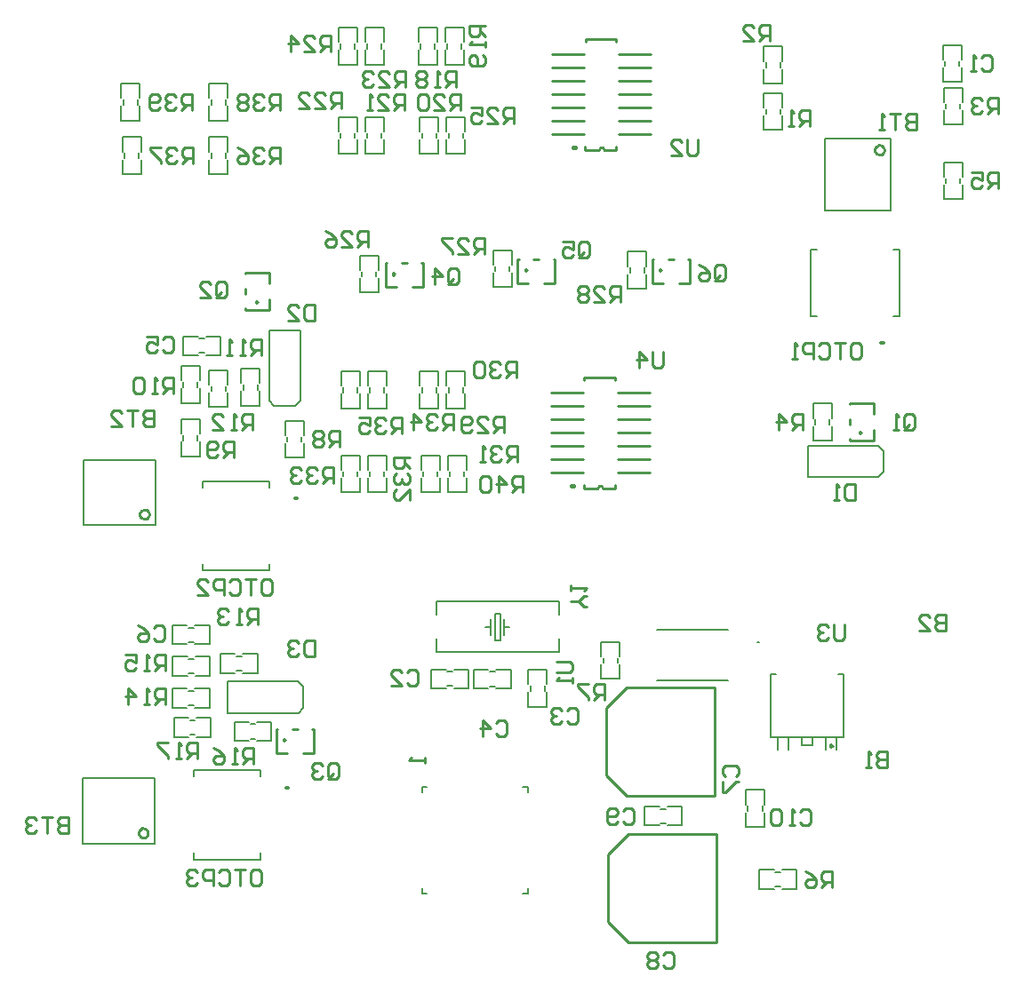
<source format=gbo>
G04*
G04 #@! TF.GenerationSoftware,Altium Limited,Altium Designer,18.0.7 (293)*
G04*
G04 Layer_Color=32896*
%FSLAX44Y44*%
%MOMM*%
G71*
G01*
G75*
%ADD10C,0.2540*%
%ADD12C,0.1524*%
%ADD13C,0.2000*%
%ADD85C,0.2500*%
%ADD86C,0.3000*%
%ADD87C,0.4000*%
%ADD88C,0.1778*%
%ADD89C,0.1270*%
D10*
X645160Y1013460D02*
X643890Y1015660D01*
X641350D01*
X640080Y1013460D01*
X210453Y362585D02*
X209726Y365061D01*
X207776Y366750D01*
X205222Y367118D01*
X202875Y366046D01*
X201481Y363875D01*
Y361295D01*
X202875Y359124D01*
X205222Y358052D01*
X207776Y358420D01*
X209726Y360109D01*
X210453Y362585D01*
X643890Y690880D02*
X642620Y693080D01*
X640080D01*
X638810Y690880D01*
X211723Y666115D02*
X210996Y668591D01*
X209046Y670280D01*
X206492Y670648D01*
X204145Y669576D01*
X202750Y667405D01*
Y664825D01*
X204145Y662654D01*
X206492Y661582D01*
X209046Y661950D01*
X210996Y663639D01*
X211723Y666115D01*
X911994Y1013594D02*
X911267Y1016070D01*
X909317Y1017759D01*
X906763Y1018127D01*
X904416Y1017055D01*
X903021Y1014884D01*
Y1012304D01*
X904416Y1010133D01*
X906763Y1009062D01*
X909317Y1009429D01*
X911267Y1011118D01*
X911994Y1013594D01*
X666180Y501080D02*
X750000D01*
X647000Y481900D02*
X666180Y501080D01*
X647000Y417260D02*
Y481900D01*
X666180Y398080D02*
X750000D01*
X647000Y417260D02*
X666180Y398080D01*
X750000D02*
Y501080D01*
X668035Y361247D02*
X751855D01*
X648855Y342067D02*
X668035Y361247D01*
X648855Y277428D02*
Y342067D01*
X668035Y258248D02*
X751855D01*
X648855Y277428D02*
X668035Y258248D01*
X751855D02*
Y361247D01*
X577850Y909320D02*
X582930D01*
X596900D02*
X598170D01*
Y886460D02*
Y909320D01*
X588010Y886460D02*
X598170D01*
X562610Y909320D02*
X563880D01*
X562610Y886460D02*
Y909320D01*
Y886460D02*
X572770D01*
X656336Y1013460D02*
Y1014349D01*
Y1016127D02*
Y1017016D01*
X626872Y1013460D02*
X640080D01*
X645160D02*
X656336D01*
X627380Y1116330D02*
Y1118870D01*
X656590D01*
Y1116330D02*
Y1118870D01*
X656336Y1014349D02*
Y1016127D01*
X626872Y1013460D02*
Y1016508D01*
X595630Y1028700D02*
X626110D01*
X595630Y1041400D02*
X626110D01*
X595630Y1054100D02*
X626110D01*
X595630Y1092200D02*
X626110D01*
X595630Y1079500D02*
X626110D01*
X595630Y1066800D02*
X626110D01*
X595630Y1104900D02*
X626110D01*
X659130D02*
X689610D01*
X659130Y1066800D02*
X689610D01*
X659130Y1079500D02*
X689610D01*
X659130Y1092200D02*
X689610D01*
X659130Y1054100D02*
X689610D01*
X659130Y1041400D02*
X689610D01*
X659130Y1028700D02*
X689610D01*
X303530Y876300D02*
Y881380D01*
Y895350D02*
Y896620D01*
X326390D01*
Y886460D02*
Y896620D01*
X303530Y861060D02*
Y862330D01*
Y861060D02*
X326390D01*
Y871220D01*
X347980Y461313D02*
X353060D01*
X367030D02*
X368300D01*
Y438453D02*
Y461313D01*
X358140Y438453D02*
X368300D01*
X332740Y461313D02*
X334010D01*
X332740Y438453D02*
Y461313D01*
Y438453D02*
X342900D01*
X878840Y751840D02*
Y756920D01*
Y770890D02*
Y772160D01*
X901700D01*
Y762000D02*
Y772160D01*
X878840Y736600D02*
Y737870D01*
Y736600D02*
X901700D01*
Y746760D01*
X452120Y905510D02*
X457200D01*
X471170D02*
X472440D01*
Y882650D02*
Y905510D01*
X462280Y882650D02*
X472440D01*
X436880Y905510D02*
X438150D01*
X436880Y882650D02*
Y905510D01*
Y882650D02*
X447040D01*
X706120Y909320D02*
X711200D01*
X725170D02*
X726440D01*
Y886460D02*
Y909320D01*
X716280Y886460D02*
X726440D01*
X690880Y909320D02*
X692150D01*
X690880Y886460D02*
Y909320D01*
Y886460D02*
X701040D01*
X657860Y706120D02*
X688340D01*
X657860Y718820D02*
X688340D01*
X657860Y731520D02*
X688340D01*
X657860Y769620D02*
X688340D01*
X657860Y756920D02*
X688340D01*
X657860Y744220D02*
X688340D01*
X657860Y782320D02*
X688340D01*
X594360D02*
X624840D01*
X594360Y744220D02*
X624840D01*
X594360Y756920D02*
X624840D01*
X594360Y769620D02*
X624840D01*
X594360Y731520D02*
X624840D01*
X594360Y718820D02*
X624840D01*
X594360Y706120D02*
X624840D01*
X625602Y690880D02*
Y693928D01*
X655066Y691769D02*
Y693547D01*
X655320Y793750D02*
Y796290D01*
X626110D02*
X655320D01*
X626110Y793750D02*
Y796290D01*
X643890Y690880D02*
X655066D01*
X625602D02*
X638810D01*
X655066Y693547D02*
Y694436D01*
Y690880D02*
Y691769D01*
X321312Y604515D02*
X326391D01*
X328930Y601976D01*
Y591819D01*
X326391Y589280D01*
X321312D01*
X318773Y591819D01*
Y601976D01*
X321312Y604515D01*
X313695D02*
X303538D01*
X308617D01*
Y589280D01*
X288303Y601976D02*
X290842Y604515D01*
X295921D01*
X298460Y601976D01*
Y591819D01*
X295921Y589280D01*
X290842D01*
X288303Y591819D01*
X283225Y589280D02*
Y604515D01*
X275607D01*
X273068Y601976D01*
Y596898D01*
X275607Y594358D01*
X283225D01*
X257833Y589280D02*
X267990D01*
X257833Y599437D01*
Y601976D01*
X260372Y604515D01*
X265450D01*
X267990Y601976D01*
X628645Y577850D02*
X626106D01*
X621027Y582928D01*
X626106Y588007D01*
X628645D01*
X621027Y582928D02*
X613410D01*
Y593085D02*
Y598163D01*
Y595624D01*
X628645D01*
X626106Y593085D01*
X701040Y820923D02*
Y808227D01*
X698501Y805688D01*
X693422D01*
X690883Y808227D01*
Y820923D01*
X678187Y805688D02*
Y820923D01*
X685805Y813306D01*
X675648D01*
X874128Y560990D02*
Y548294D01*
X871588Y545755D01*
X866510D01*
X863971Y548294D01*
Y560990D01*
X858893Y558451D02*
X856353Y560990D01*
X851275D01*
X848736Y558451D01*
Y555912D01*
X851275Y553373D01*
X853814D01*
X851275D01*
X848736Y550833D01*
Y548294D01*
X851275Y545755D01*
X856353D01*
X858893Y548294D01*
X734060Y1023615D02*
Y1010919D01*
X731521Y1008380D01*
X726442D01*
X723903Y1010919D01*
Y1023615D01*
X708668Y1008380D02*
X718825D01*
X708668Y1018537D01*
Y1021076D01*
X711207Y1023615D01*
X716286D01*
X718825Y1021076D01*
X599445Y525780D02*
X612141D01*
X614680Y523241D01*
Y518162D01*
X612141Y515623D01*
X599445D01*
X614680Y510545D02*
Y505467D01*
Y508006D01*
X599445D01*
X601984Y510545D01*
X567690Y687070D02*
Y702305D01*
X560073D01*
X557533Y699766D01*
Y694688D01*
X560073Y692148D01*
X567690D01*
X562612D02*
X557533Y687070D01*
X544837D02*
Y702305D01*
X552455Y694688D01*
X542298D01*
X537220Y699766D02*
X534681Y702305D01*
X529602D01*
X527063Y699766D01*
Y689609D01*
X529602Y687070D01*
X534681D01*
X537220Y689609D01*
Y699766D01*
X251968Y1051560D02*
Y1066795D01*
X244350D01*
X241811Y1064256D01*
Y1059177D01*
X244350Y1056638D01*
X251968D01*
X246890D02*
X241811Y1051560D01*
X236733Y1064256D02*
X234194Y1066795D01*
X229115D01*
X226576Y1064256D01*
Y1061717D01*
X229115Y1059177D01*
X231655D01*
X229115D01*
X226576Y1056638D01*
Y1054099D01*
X229115Y1051560D01*
X234194D01*
X236733Y1054099D01*
X221498D02*
X218959Y1051560D01*
X213880D01*
X211341Y1054099D01*
Y1064256D01*
X213880Y1066795D01*
X218959D01*
X221498Y1064256D01*
Y1061717D01*
X218959Y1059177D01*
X211341D01*
X335788Y1051560D02*
Y1066795D01*
X328171D01*
X325631Y1064256D01*
Y1059177D01*
X328171Y1056638D01*
X335788D01*
X330710D02*
X325631Y1051560D01*
X320553Y1064256D02*
X318014Y1066795D01*
X312935D01*
X310396Y1064256D01*
Y1061717D01*
X312935Y1059177D01*
X315475D01*
X312935D01*
X310396Y1056638D01*
Y1054099D01*
X312935Y1051560D01*
X318014D01*
X320553Y1054099D01*
X305318Y1064256D02*
X302779Y1066795D01*
X297700D01*
X295161Y1064256D01*
Y1061717D01*
X297700Y1059177D01*
X295161Y1056638D01*
Y1054099D01*
X297700Y1051560D01*
X302779D01*
X305318Y1054099D01*
Y1056638D01*
X302779Y1059177D01*
X305318Y1061717D01*
Y1064256D01*
X302779Y1059177D02*
X297700D01*
X253238Y1000760D02*
Y1015995D01*
X245620D01*
X243081Y1013456D01*
Y1008378D01*
X245620Y1005838D01*
X253238D01*
X248160D02*
X243081Y1000760D01*
X238003Y1013456D02*
X235464Y1015995D01*
X230385D01*
X227846Y1013456D01*
Y1010917D01*
X230385Y1008378D01*
X232925D01*
X230385D01*
X227846Y1005838D01*
Y1003299D01*
X230385Y1000760D01*
X235464D01*
X238003Y1003299D01*
X222768Y1015995D02*
X212611D01*
Y1013456D01*
X222768Y1003299D01*
Y1000760D01*
X335788D02*
Y1015995D01*
X328171D01*
X325631Y1013456D01*
Y1008378D01*
X328171Y1005838D01*
X335788D01*
X330710D02*
X325631Y1000760D01*
X320553Y1013456D02*
X318014Y1015995D01*
X312935D01*
X310396Y1013456D01*
Y1010917D01*
X312935Y1008378D01*
X315475D01*
X312935D01*
X310396Y1005838D01*
Y1003299D01*
X312935Y1000760D01*
X318014D01*
X320553Y1003299D01*
X295161Y1015995D02*
X300240Y1013456D01*
X305318Y1008378D01*
Y1003299D01*
X302779Y1000760D01*
X297700D01*
X295161Y1003299D01*
Y1005838D01*
X297700Y1008378D01*
X305318D01*
X452120Y742950D02*
Y758185D01*
X444502D01*
X441963Y755646D01*
Y750567D01*
X444502Y748028D01*
X452120D01*
X447042D02*
X441963Y742950D01*
X436885Y755646D02*
X434346Y758185D01*
X429267D01*
X426728Y755646D01*
Y753107D01*
X429267Y750567D01*
X431807D01*
X429267D01*
X426728Y748028D01*
Y745489D01*
X429267Y742950D01*
X434346D01*
X436885Y745489D01*
X411493Y758185D02*
X421650D01*
Y750567D01*
X416572Y753107D01*
X414032D01*
X411493Y750567D01*
Y745489D01*
X414032Y742950D01*
X419111D01*
X421650Y745489D01*
X501650Y746760D02*
Y761995D01*
X494033D01*
X491493Y759456D01*
Y754378D01*
X494033Y751838D01*
X501650D01*
X496572D02*
X491493Y746760D01*
X486415Y759456D02*
X483876Y761995D01*
X478797D01*
X476258Y759456D01*
Y756917D01*
X478797Y754378D01*
X481337D01*
X478797D01*
X476258Y751838D01*
Y749299D01*
X478797Y746760D01*
X483876D01*
X486415Y749299D01*
X463562Y746760D02*
Y761995D01*
X471180Y754378D01*
X461023D01*
X387350Y695960D02*
Y711195D01*
X379733D01*
X377193Y708656D01*
Y703577D01*
X379733Y701038D01*
X387350D01*
X382272D02*
X377193Y695960D01*
X372115Y708656D02*
X369576Y711195D01*
X364497D01*
X361958Y708656D01*
Y706117D01*
X364497Y703577D01*
X367037D01*
X364497D01*
X361958Y701038D01*
Y698499D01*
X364497Y695960D01*
X369576D01*
X372115Y698499D01*
X356880Y708656D02*
X354341Y711195D01*
X349262D01*
X346723Y708656D01*
Y706117D01*
X349262Y703577D01*
X351801D01*
X349262D01*
X346723Y701038D01*
Y698499D01*
X349262Y695960D01*
X354341D01*
X356880Y698499D01*
X459740Y720090D02*
X444505D01*
Y712473D01*
X447044Y709933D01*
X452122D01*
X454662Y712473D01*
Y720090D01*
Y715012D02*
X459740Y709933D01*
X447044Y704855D02*
X444505Y702316D01*
Y697237D01*
X447044Y694698D01*
X449583D01*
X452122Y697237D01*
Y699777D01*
Y697237D01*
X454662Y694698D01*
X457201D01*
X459740Y697237D01*
Y702316D01*
X457201Y704855D01*
X459740Y679463D02*
Y689620D01*
X449583Y679463D01*
X447044D01*
X444505Y682002D01*
Y687081D01*
X447044Y689620D01*
X562610Y716280D02*
Y731515D01*
X554992D01*
X552453Y728976D01*
Y723897D01*
X554992Y721358D01*
X562610D01*
X557532D02*
X552453Y716280D01*
X547375Y728976D02*
X544836Y731515D01*
X539757D01*
X537218Y728976D01*
Y726437D01*
X539757Y723897D01*
X542297D01*
X539757D01*
X537218Y721358D01*
Y718819D01*
X539757Y716280D01*
X544836D01*
X547375Y718819D01*
X532140Y716280D02*
X527062D01*
X529601D01*
Y731515D01*
X532140Y728976D01*
X561340Y796290D02*
Y811525D01*
X553722D01*
X551183Y808986D01*
Y803907D01*
X553722Y801368D01*
X561340D01*
X556262D02*
X551183Y796290D01*
X546105Y808986D02*
X543566Y811525D01*
X538487D01*
X535948Y808986D01*
Y806447D01*
X538487Y803907D01*
X541027D01*
X538487D01*
X535948Y801368D01*
Y798829D01*
X538487Y796290D01*
X543566D01*
X546105Y798829D01*
X530870Y808986D02*
X528331Y811525D01*
X523252D01*
X520713Y808986D01*
Y798829D01*
X523252Y796290D01*
X528331D01*
X530870Y798829D01*
Y808986D01*
X549910Y744220D02*
Y759455D01*
X542293D01*
X539753Y756916D01*
Y751837D01*
X542293Y749298D01*
X549910D01*
X544832D02*
X539753Y744220D01*
X524518D02*
X534675D01*
X524518Y754377D01*
Y756916D01*
X527057Y759455D01*
X532136D01*
X534675Y756916D01*
X519440Y746759D02*
X516901Y744220D01*
X511822D01*
X509283Y746759D01*
Y756916D01*
X511822Y759455D01*
X516901D01*
X519440Y756916D01*
Y754377D01*
X516901Y751837D01*
X509283D01*
X660400Y868680D02*
Y883915D01*
X652783D01*
X650243Y881376D01*
Y876298D01*
X652783Y873758D01*
X660400D01*
X655322D02*
X650243Y868680D01*
X635008D02*
X645165D01*
X635008Y878837D01*
Y881376D01*
X637547Y883915D01*
X642626D01*
X645165Y881376D01*
X629930D02*
X627391Y883915D01*
X622312D01*
X619773Y881376D01*
Y878837D01*
X622312Y876298D01*
X619773Y873758D01*
Y871219D01*
X622312Y868680D01*
X627391D01*
X629930Y871219D01*
Y873758D01*
X627391Y876298D01*
X629930Y878837D01*
Y881376D01*
X627391Y876298D02*
X622312D01*
X530860Y914400D02*
Y929635D01*
X523242D01*
X520703Y927096D01*
Y922018D01*
X523242Y919478D01*
X530860D01*
X525782D02*
X520703Y914400D01*
X505468D02*
X515625D01*
X505468Y924557D01*
Y927096D01*
X508007Y929635D01*
X513086D01*
X515625Y927096D01*
X500390Y929635D02*
X490233D01*
Y927096D01*
X500390Y916939D01*
Y914400D01*
X420370Y920750D02*
Y935985D01*
X412752D01*
X410213Y933446D01*
Y928367D01*
X412752Y925828D01*
X420370D01*
X415292D02*
X410213Y920750D01*
X394978D02*
X405135D01*
X394978Y930907D01*
Y933446D01*
X397517Y935985D01*
X402596D01*
X405135Y933446D01*
X379743Y935985D02*
X384822Y933446D01*
X389900Y928367D01*
Y923289D01*
X387361Y920750D01*
X382282D01*
X379743Y923289D01*
Y925828D01*
X382282Y928367D01*
X389900D01*
X558800Y1038860D02*
Y1054095D01*
X551183D01*
X548643Y1051556D01*
Y1046478D01*
X551183Y1043938D01*
X558800D01*
X553722D02*
X548643Y1038860D01*
X533408D02*
X543565D01*
X533408Y1049017D01*
Y1051556D01*
X535947Y1054095D01*
X541026D01*
X543565Y1051556D01*
X518173Y1054095D02*
X528330D01*
Y1046478D01*
X523251Y1049017D01*
X520712D01*
X518173Y1046478D01*
Y1041399D01*
X520712Y1038860D01*
X525791D01*
X528330Y1041399D01*
X384810Y1107440D02*
Y1122675D01*
X377192D01*
X374653Y1120136D01*
Y1115058D01*
X377192Y1112518D01*
X384810D01*
X379732D02*
X374653Y1107440D01*
X359418D02*
X369575D01*
X359418Y1117597D01*
Y1120136D01*
X361957Y1122675D01*
X367036D01*
X369575Y1120136D01*
X346722Y1107440D02*
Y1122675D01*
X354340Y1115058D01*
X344183D01*
X455930Y1073150D02*
Y1088385D01*
X448312D01*
X445773Y1085846D01*
Y1080768D01*
X448312Y1078228D01*
X455930D01*
X450852D02*
X445773Y1073150D01*
X430538D02*
X440695D01*
X430538Y1083307D01*
Y1085846D01*
X433077Y1088385D01*
X438156D01*
X440695Y1085846D01*
X425460D02*
X422921Y1088385D01*
X417842D01*
X415303Y1085846D01*
Y1083307D01*
X417842Y1080768D01*
X420382D01*
X417842D01*
X415303Y1078228D01*
Y1075689D01*
X417842Y1073150D01*
X422921D01*
X425460Y1075689D01*
X394970Y1052830D02*
Y1068065D01*
X387352D01*
X384813Y1065526D01*
Y1060447D01*
X387352Y1057908D01*
X394970D01*
X389892D02*
X384813Y1052830D01*
X369578D02*
X379735D01*
X369578Y1062987D01*
Y1065526D01*
X372117Y1068065D01*
X377196D01*
X379735Y1065526D01*
X354343Y1052830D02*
X364500D01*
X354343Y1062987D01*
Y1065526D01*
X356882Y1068065D01*
X361961D01*
X364500Y1065526D01*
X454660Y1051560D02*
Y1066795D01*
X447043D01*
X444503Y1064256D01*
Y1059177D01*
X447043Y1056638D01*
X454660D01*
X449582D02*
X444503Y1051560D01*
X429268D02*
X439425D01*
X429268Y1061717D01*
Y1064256D01*
X431807Y1066795D01*
X436886D01*
X439425Y1064256D01*
X424190Y1051560D02*
X419112D01*
X421651D01*
Y1066795D01*
X424190Y1064256D01*
X508000Y1051560D02*
Y1066795D01*
X500382D01*
X497843Y1064256D01*
Y1059177D01*
X500382Y1056638D01*
X508000D01*
X502922D02*
X497843Y1051560D01*
X482608D02*
X492765D01*
X482608Y1061717D01*
Y1064256D01*
X485147Y1066795D01*
X490226D01*
X492765Y1064256D01*
X477530D02*
X474991Y1066795D01*
X469912D01*
X467373Y1064256D01*
Y1054099D01*
X469912Y1051560D01*
X474991D01*
X477530Y1054099D01*
Y1064256D01*
X532130Y1131570D02*
X516895D01*
Y1123952D01*
X519434Y1121413D01*
X524512D01*
X527052Y1123952D01*
Y1131570D01*
Y1126492D02*
X532130Y1121413D01*
Y1116335D02*
Y1111257D01*
Y1113796D01*
X516895D01*
X519434Y1116335D01*
X529591Y1103639D02*
X532130Y1101100D01*
Y1096021D01*
X529591Y1093482D01*
X519434D01*
X516895Y1096021D01*
Y1101100D01*
X519434Y1103639D01*
X521973D01*
X524512Y1101100D01*
Y1093482D01*
X504190Y1073150D02*
Y1088385D01*
X496572D01*
X494033Y1085846D01*
Y1080768D01*
X496572Y1078228D01*
X504190D01*
X499112D02*
X494033Y1073150D01*
X488955D02*
X483877D01*
X486416D01*
Y1088385D01*
X488955Y1085846D01*
X476259D02*
X473720Y1088385D01*
X468642D01*
X466102Y1085846D01*
Y1083307D01*
X468642Y1080768D01*
X466102Y1078228D01*
Y1075689D01*
X468642Y1073150D01*
X473720D01*
X476259Y1075689D01*
Y1078228D01*
X473720Y1080768D01*
X476259Y1083307D01*
Y1085846D01*
X473720Y1080768D02*
X468642D01*
X257810Y433070D02*
Y448305D01*
X250193D01*
X247653Y445766D01*
Y440687D01*
X250193Y438148D01*
X257810D01*
X252732D02*
X247653Y433070D01*
X242575D02*
X237497D01*
X240036D01*
Y448305D01*
X242575Y445766D01*
X229879Y448305D02*
X219722D01*
Y445766D01*
X229879Y435609D01*
Y433070D01*
X311150Y427990D02*
Y443225D01*
X303533D01*
X300993Y440686D01*
Y435607D01*
X303533Y433068D01*
X311150D01*
X306072D02*
X300993Y427990D01*
X295915D02*
X290837D01*
X293376D01*
Y443225D01*
X295915Y440686D01*
X273062Y443225D02*
X278141Y440686D01*
X283219Y435607D01*
Y430529D01*
X280680Y427990D01*
X275602D01*
X273062Y430529D01*
Y433068D01*
X275602Y435607D01*
X283219D01*
X227330Y516890D02*
Y532125D01*
X219713D01*
X217173Y529586D01*
Y524507D01*
X219713Y521968D01*
X227330D01*
X222252D02*
X217173Y516890D01*
X212095D02*
X207017D01*
X209556D01*
Y532125D01*
X212095Y529586D01*
X189242Y532125D02*
X199399D01*
Y524507D01*
X194321Y527047D01*
X191782D01*
X189242Y524507D01*
Y519429D01*
X191782Y516890D01*
X196860D01*
X199399Y519429D01*
X227330Y485140D02*
Y500375D01*
X219713D01*
X217173Y497836D01*
Y492757D01*
X219713Y490218D01*
X227330D01*
X222252D02*
X217173Y485140D01*
X212095D02*
X207017D01*
X209556D01*
Y500375D01*
X212095Y497836D01*
X191782Y485140D02*
Y500375D01*
X199399Y492757D01*
X189242D01*
X314960Y561340D02*
Y576575D01*
X307342D01*
X304803Y574036D01*
Y568957D01*
X307342Y566418D01*
X314960D01*
X309882D02*
X304803Y561340D01*
X299725D02*
X294647D01*
X297186D01*
Y576575D01*
X299725Y574036D01*
X287029D02*
X284490Y576575D01*
X279412D01*
X276872Y574036D01*
Y571497D01*
X279412Y568957D01*
X281951D01*
X279412D01*
X276872Y566418D01*
Y563879D01*
X279412Y561340D01*
X284490D01*
X287029Y563879D01*
X309880Y746760D02*
Y761995D01*
X302262D01*
X299723Y759456D01*
Y754378D01*
X302262Y751838D01*
X309880D01*
X304802D02*
X299723Y746760D01*
X294645D02*
X289567D01*
X292106D01*
Y761995D01*
X294645Y759456D01*
X271792Y746760D02*
X281949D01*
X271792Y756917D01*
Y759456D01*
X274331Y761995D01*
X279410D01*
X281949Y759456D01*
X318770Y817880D02*
Y833115D01*
X311152D01*
X308613Y830576D01*
Y825498D01*
X311152Y822958D01*
X318770D01*
X313692D02*
X308613Y817880D01*
X303535D02*
X298457D01*
X300996D01*
Y833115D01*
X303535Y830576D01*
X290839Y817880D02*
X285761D01*
X288300D01*
Y833115D01*
X290839Y830576D01*
X234950Y781050D02*
Y796285D01*
X227332D01*
X224793Y793746D01*
Y788668D01*
X227332Y786128D01*
X234950D01*
X229872D02*
X224793Y781050D01*
X219715D02*
X214637D01*
X217176D01*
Y796285D01*
X219715Y793746D01*
X207019D02*
X204480Y796285D01*
X199401D01*
X196862Y793746D01*
Y783589D01*
X199401Y781050D01*
X204480D01*
X207019Y783589D01*
Y793746D01*
X292100Y720090D02*
Y735325D01*
X284482D01*
X281943Y732786D01*
Y727708D01*
X284482Y725168D01*
X292100D01*
X287022D02*
X281943Y720090D01*
X276865Y722629D02*
X274326Y720090D01*
X269247D01*
X266708Y722629D01*
Y732786D01*
X269247Y735325D01*
X274326D01*
X276865Y732786D01*
Y730247D01*
X274326Y727708D01*
X266708D01*
X392938Y730250D02*
Y745485D01*
X385321D01*
X382781Y742946D01*
Y737868D01*
X385321Y735328D01*
X392938D01*
X387860D02*
X382781Y730250D01*
X377703Y742946D02*
X375164Y745485D01*
X370085D01*
X367546Y742946D01*
Y740407D01*
X370085Y737868D01*
X367546Y735328D01*
Y732789D01*
X370085Y730250D01*
X375164D01*
X377703Y732789D01*
Y735328D01*
X375164Y737868D01*
X377703Y740407D01*
Y742946D01*
X375164Y737868D02*
X370085D01*
X645160Y488950D02*
Y504185D01*
X637542D01*
X635003Y501646D01*
Y496567D01*
X637542Y494028D01*
X645160D01*
X640082D02*
X635003Y488950D01*
X629925Y504185D02*
X619768D01*
Y501646D01*
X629925Y491489D01*
Y488950D01*
X861822Y310642D02*
Y325877D01*
X854204D01*
X851665Y323338D01*
Y318260D01*
X854204Y315720D01*
X861822D01*
X856744D02*
X851665Y310642D01*
X836430Y325877D02*
X841509Y323338D01*
X846587Y318260D01*
Y313181D01*
X844048Y310642D01*
X838969D01*
X836430Y313181D01*
Y315720D01*
X838969Y318260D01*
X846587D01*
X1020318Y976630D02*
Y991865D01*
X1012701D01*
X1010161Y989326D01*
Y984248D01*
X1012701Y981708D01*
X1020318D01*
X1015240D02*
X1010161Y976630D01*
X994926Y991865D02*
X1005083D01*
Y984248D01*
X1000005Y986787D01*
X997465D01*
X994926Y984248D01*
Y979169D01*
X997465Y976630D01*
X1002544D01*
X1005083Y979169D01*
X834390Y746760D02*
Y761995D01*
X826773D01*
X824233Y759456D01*
Y754378D01*
X826773Y751838D01*
X834390D01*
X829312D02*
X824233Y746760D01*
X811537D02*
Y761995D01*
X819155Y754378D01*
X808998D01*
X1020318Y1047750D02*
Y1062985D01*
X1012701D01*
X1010161Y1060446D01*
Y1055368D01*
X1012701Y1052828D01*
X1020318D01*
X1015240D02*
X1010161Y1047750D01*
X1005083Y1060446D02*
X1002544Y1062985D01*
X997465D01*
X994926Y1060446D01*
Y1057907D01*
X997465Y1055368D01*
X1000005D01*
X997465D01*
X994926Y1052828D01*
Y1050289D01*
X997465Y1047750D01*
X1002544D01*
X1005083Y1050289D01*
X802640Y1117600D02*
Y1132835D01*
X795023D01*
X792483Y1130296D01*
Y1125218D01*
X795023Y1122678D01*
X802640D01*
X797562D02*
X792483Y1117600D01*
X777248D02*
X787405D01*
X777248Y1127757D01*
Y1130296D01*
X779787Y1132835D01*
X784866D01*
X787405Y1130296D01*
X840740Y1036320D02*
Y1051555D01*
X833122D01*
X830583Y1049016D01*
Y1043938D01*
X833122Y1041398D01*
X840740D01*
X835662D02*
X830583Y1036320D01*
X825505D02*
X820427D01*
X822966D01*
Y1051555D01*
X825505Y1049016D01*
X750573Y891539D02*
Y901696D01*
X753112Y904235D01*
X758191D01*
X760730Y901696D01*
Y891539D01*
X758191Y889000D01*
X753112D01*
X755652Y894078D02*
X750573Y889000D01*
X753112D02*
X750573Y891539D01*
X735338Y904235D02*
X740417Y901696D01*
X745495Y896618D01*
Y891539D01*
X742956Y889000D01*
X737877D01*
X735338Y891539D01*
Y894078D01*
X737877Y896618D01*
X745495D01*
X621033Y913129D02*
Y923286D01*
X623573Y925825D01*
X628651D01*
X631190Y923286D01*
Y913129D01*
X628651Y910590D01*
X623573D01*
X626112Y915668D02*
X621033Y910590D01*
X623573D02*
X621033Y913129D01*
X605798Y925825D02*
X615955D01*
Y918207D01*
X610877Y920747D01*
X608337D01*
X605798Y918207D01*
Y913129D01*
X608337Y910590D01*
X613416D01*
X615955Y913129D01*
X496573Y887729D02*
Y897886D01*
X499113Y900425D01*
X504191D01*
X506730Y897886D01*
Y887729D01*
X504191Y885190D01*
X499113D01*
X501652Y890268D02*
X496573Y885190D01*
X499113D02*
X496573Y887729D01*
X483877Y885190D02*
Y900425D01*
X491495Y892807D01*
X481338D01*
X382273Y416559D02*
Y426716D01*
X384813Y429255D01*
X389891D01*
X392430Y426716D01*
Y416559D01*
X389891Y414020D01*
X384813D01*
X387352Y419098D02*
X382273Y414020D01*
X384813D02*
X382273Y416559D01*
X377195Y426716D02*
X374656Y429255D01*
X369577D01*
X367038Y426716D01*
Y424177D01*
X369577Y421637D01*
X372117D01*
X369577D01*
X367038Y419098D01*
Y416559D01*
X369577Y414020D01*
X374656D01*
X377195Y416559D01*
X275593Y875029D02*
Y885186D01*
X278132Y887725D01*
X283211D01*
X285750Y885186D01*
Y875029D01*
X283211Y872490D01*
X278132D01*
X280672Y877568D02*
X275593Y872490D01*
X278132D02*
X275593Y875029D01*
X260358Y872490D02*
X270515D01*
X260358Y882647D01*
Y885186D01*
X262897Y887725D01*
X267976D01*
X270515Y885186D01*
X930405Y749299D02*
Y759456D01*
X932944Y761995D01*
X938023D01*
X940562Y759456D01*
Y749299D01*
X938023Y746760D01*
X932944D01*
X935484Y751838D02*
X930405Y746760D01*
X932944D02*
X930405Y749299D01*
X925327Y746760D02*
X920249D01*
X922788D01*
Y761995D01*
X925327Y759456D01*
X311152Y327655D02*
X316231D01*
X318770Y325116D01*
Y314959D01*
X316231Y312420D01*
X311152D01*
X308613Y314959D01*
Y325116D01*
X311152Y327655D01*
X303535D02*
X293378D01*
X298457D01*
Y312420D01*
X278143Y325116D02*
X280682Y327655D01*
X285761D01*
X288300Y325116D01*
Y314959D01*
X285761Y312420D01*
X280682D01*
X278143Y314959D01*
X273065Y312420D02*
Y327655D01*
X265447D01*
X262908Y325116D01*
Y320037D01*
X265447Y317498D01*
X273065D01*
X257830Y325116D02*
X255291Y327655D01*
X250212D01*
X247673Y325116D01*
Y322577D01*
X250212Y320037D01*
X252751D01*
X250212D01*
X247673Y317498D01*
Y314959D01*
X250212Y312420D01*
X255291D01*
X257830Y314959D01*
X882653Y829305D02*
X887731D01*
X890270Y826766D01*
Y816609D01*
X887731Y814070D01*
X882653D01*
X880113Y816609D01*
Y826766D01*
X882653Y829305D01*
X875035D02*
X864878D01*
X869957D01*
Y814070D01*
X849643Y826766D02*
X852182Y829305D01*
X857261D01*
X859800Y826766D01*
Y816609D01*
X857261Y814070D01*
X852182D01*
X849643Y816609D01*
X844565Y814070D02*
Y829305D01*
X836947D01*
X834408Y826766D01*
Y821687D01*
X836947Y819148D01*
X844565D01*
X829330Y814070D02*
X824251D01*
X826790D01*
Y829305D01*
X829330Y826766D01*
X369570Y546095D02*
Y530860D01*
X361953D01*
X359413Y533399D01*
Y543556D01*
X361953Y546095D01*
X369570D01*
X354335Y543556D02*
X351796Y546095D01*
X346717D01*
X344178Y543556D01*
Y541017D01*
X346717Y538478D01*
X349257D01*
X346717D01*
X344178Y535938D01*
Y533399D01*
X346717Y530860D01*
X351796D01*
X354335Y533399D01*
X369570Y866135D02*
Y850900D01*
X361953D01*
X359413Y853439D01*
Y863596D01*
X361953Y866135D01*
X369570D01*
X344178Y850900D02*
X354335D01*
X344178Y861057D01*
Y863596D01*
X346717Y866135D01*
X351796D01*
X354335Y863596D01*
X883920Y694685D02*
Y679450D01*
X876302D01*
X873763Y681989D01*
Y692146D01*
X876302Y694685D01*
X883920D01*
X868685Y679450D02*
X863607D01*
X866146D01*
Y694685D01*
X868685Y692146D01*
X831853Y382266D02*
X834392Y384805D01*
X839471D01*
X842010Y382266D01*
Y372109D01*
X839471Y369570D01*
X834392D01*
X831853Y372109D01*
X826775Y369570D02*
X821697D01*
X824236D01*
Y384805D01*
X826775Y382266D01*
X814079D02*
X811540Y384805D01*
X806461D01*
X803922Y382266D01*
Y372109D01*
X806461Y369570D01*
X811540D01*
X814079Y372109D01*
Y382266D01*
X662943Y383536D02*
X665482Y386075D01*
X670561D01*
X673100Y383536D01*
Y373379D01*
X670561Y370840D01*
X665482D01*
X662943Y373379D01*
X657865D02*
X655326Y370840D01*
X650247D01*
X647708Y373379D01*
Y383536D01*
X650247Y386075D01*
X655326D01*
X657865Y383536D01*
Y380997D01*
X655326Y378457D01*
X647708D01*
X701043Y246376D02*
X703583Y248915D01*
X708661D01*
X711200Y246376D01*
Y236219D01*
X708661Y233680D01*
X703583D01*
X701043Y236219D01*
X695965Y246376D02*
X693426Y248915D01*
X688347D01*
X685808Y246376D01*
Y243837D01*
X688347Y241297D01*
X685808Y238758D01*
Y236219D01*
X688347Y233680D01*
X693426D01*
X695965Y236219D01*
Y238758D01*
X693426Y241297D01*
X695965Y243837D01*
Y246376D01*
X693426Y241297D02*
X688347D01*
X760734Y416563D02*
X758195Y419103D01*
Y424181D01*
X760734Y426720D01*
X770891D01*
X773430Y424181D01*
Y419103D01*
X770891Y416563D01*
X758195Y411485D02*
Y401328D01*
X760734D01*
X770891Y411485D01*
X773430D01*
X215903Y557526D02*
X218442Y560065D01*
X223521D01*
X226060Y557526D01*
Y547369D01*
X223521Y544830D01*
X218442D01*
X215903Y547369D01*
X200668Y560065D02*
X205747Y557526D01*
X210825Y552448D01*
Y547369D01*
X208286Y544830D01*
X203207D01*
X200668Y547369D01*
Y549908D01*
X203207Y552448D01*
X210825D01*
X224793Y833116D02*
X227332Y835655D01*
X232411D01*
X234950Y833116D01*
Y822959D01*
X232411Y820420D01*
X227332D01*
X224793Y822959D01*
X209558Y835655D02*
X219715D01*
Y828037D01*
X214637Y830577D01*
X212097D01*
X209558Y828037D01*
Y822959D01*
X212097Y820420D01*
X217176D01*
X219715Y822959D01*
X542293Y467356D02*
X544832Y469895D01*
X549911D01*
X552450Y467356D01*
Y457199D01*
X549911Y454660D01*
X544832D01*
X542293Y457199D01*
X529597Y454660D02*
Y469895D01*
X537215Y462277D01*
X527058D01*
X609603Y478786D02*
X612142Y481325D01*
X617221D01*
X619760Y478786D01*
Y468629D01*
X617221Y466090D01*
X612142D01*
X609603Y468629D01*
X604525Y478786D02*
X601986Y481325D01*
X596907D01*
X594368Y478786D01*
Y476247D01*
X596907Y473708D01*
X599447D01*
X596907D01*
X594368Y471168D01*
Y468629D01*
X596907Y466090D01*
X601986D01*
X604525Y468629D01*
X457203Y515616D02*
X459743Y518155D01*
X464821D01*
X467360Y515616D01*
Y505459D01*
X464821Y502920D01*
X459743D01*
X457203Y505459D01*
X441968Y502920D02*
X452125D01*
X441968Y513077D01*
Y515616D01*
X444507Y518155D01*
X449586D01*
X452125Y515616D01*
X1004319Y1101086D02*
X1006859Y1103625D01*
X1011937D01*
X1014476Y1101086D01*
Y1090929D01*
X1011937Y1088390D01*
X1006859D01*
X1004319Y1090929D01*
X999241Y1088390D02*
X994163D01*
X996702D01*
Y1103625D01*
X999241Y1101086D01*
X134620Y377185D02*
Y361950D01*
X127002D01*
X124463Y364489D01*
Y367028D01*
X127002Y369567D01*
X134620D01*
X127002D01*
X124463Y372107D01*
Y374646D01*
X127002Y377185D01*
X134620D01*
X119385D02*
X109228D01*
X114307D01*
Y361950D01*
X104150Y374646D02*
X101611Y377185D01*
X96532D01*
X93993Y374646D01*
Y372107D01*
X96532Y369567D01*
X99072D01*
X96532D01*
X93993Y367028D01*
Y364489D01*
X96532Y361950D01*
X101611D01*
X104150Y364489D01*
X216186Y764916D02*
Y749681D01*
X208568D01*
X206029Y752220D01*
Y754759D01*
X208568Y757299D01*
X216186D01*
X208568D01*
X206029Y759838D01*
Y762377D01*
X208568Y764916D01*
X216186D01*
X200951D02*
X190794D01*
X195873D01*
Y749681D01*
X175559D02*
X185716D01*
X175559Y759838D01*
Y762377D01*
X178098Y764916D01*
X183177D01*
X185716Y762377D01*
X942594Y1047999D02*
Y1032764D01*
X934977D01*
X932437Y1035303D01*
Y1037842D01*
X934977Y1040381D01*
X942594D01*
X934977D01*
X932437Y1042921D01*
Y1045460D01*
X934977Y1047999D01*
X942594D01*
X927359D02*
X917202D01*
X922281D01*
Y1032764D01*
X912124D02*
X907046D01*
X909585D01*
Y1047999D01*
X912124Y1045460D01*
X970280Y570225D02*
Y554990D01*
X962663D01*
X960123Y557529D01*
Y560068D01*
X962663Y562607D01*
X970280D01*
X962663D01*
X960123Y565147D01*
Y567686D01*
X962663Y570225D01*
X970280D01*
X944888Y554990D02*
X955045D01*
X944888Y565147D01*
Y567686D01*
X947427Y570225D01*
X952506D01*
X955045Y567686D01*
X914400Y439860D02*
Y424625D01*
X906783D01*
X904243Y427165D01*
Y429704D01*
X906783Y432243D01*
X914400D01*
X906783D01*
X904243Y434782D01*
Y437321D01*
X906783Y439860D01*
X914400D01*
X899165Y424625D02*
X894087D01*
X896626D01*
Y439860D01*
X899165Y437321D01*
X473964Y434201D02*
Y429123D01*
Y431662D01*
X458729D01*
X461268Y434201D01*
D12*
X572516Y305054D02*
Y309880D01*
Y401320D02*
Y406146D01*
X471424D02*
X476250D01*
X471424Y305054D02*
Y309880D01*
X567690Y305054D02*
X572516D01*
X471424D02*
X476250D01*
X471424Y401320D02*
Y406146D01*
X567690D02*
X572516D01*
D13*
X792480Y544630D02*
X790480D01*
X792480D01*
X572770Y517906D02*
X590550D01*
X572770Y482854D02*
X590550D01*
X572770Y504462D02*
Y517906D01*
Y482854D02*
Y496712D01*
X590550Y482854D02*
Y496712D01*
Y504462D02*
Y517906D01*
X520954Y500380D02*
Y518160D01*
X556006Y500380D02*
Y518160D01*
X520954Y500380D02*
X534398D01*
X542148D02*
X556006D01*
X542148Y518160D02*
X556006D01*
X520954D02*
X534398D01*
X515366Y500380D02*
Y518160D01*
X480314Y500380D02*
Y518160D01*
X501922D02*
X515366D01*
X480314D02*
X494172D01*
X480314Y500380D02*
X494172D01*
X501922D02*
X515366D01*
X659892Y509702D02*
Y523120D01*
X641858Y509702D02*
X659892D01*
X641858D02*
Y523120D01*
Y530871D02*
Y544702D01*
X659892Y530871D02*
Y544702D01*
X641858D02*
X659892D01*
X718566Y369570D02*
Y387350D01*
X683514Y369570D02*
Y387350D01*
X705122D02*
X718566D01*
X683514D02*
X697372D01*
X683514Y369570D02*
X697372D01*
X705122D02*
X718566D01*
X779780Y368554D02*
X797560D01*
X779780Y403606D02*
X797560D01*
Y368554D02*
Y381998D01*
Y389748D02*
Y403606D01*
X779780Y389748D02*
Y403606D01*
Y368554D02*
Y381998D01*
X910844Y706641D02*
Y714378D01*
X838962Y701815D02*
X906018D01*
X838962D02*
Y731787D01*
X905764D01*
X910844Y714378D02*
Y726708D01*
X905764Y731787D02*
X910844Y726708D01*
X906018Y701815D02*
X910844Y706641D01*
X861822Y736880D02*
Y750298D01*
X843788Y736880D02*
X861822D01*
X843788D02*
Y750298D01*
Y758048D02*
Y771880D01*
X861822Y758048D02*
Y771880D01*
X843788D02*
X861822D01*
X513842Y687350D02*
Y700768D01*
X495808Y687350D02*
X513842D01*
X495808D02*
Y700768D01*
Y708518D02*
Y722350D01*
X513842Y708518D02*
Y722350D01*
X495808D02*
X513842D01*
X488442Y687350D02*
Y700768D01*
X470408Y687350D02*
X488442D01*
X470408D02*
Y700768D01*
Y708518D02*
Y722350D01*
X488442Y708518D02*
Y722350D01*
X470408D02*
X488442D01*
X437642Y687350D02*
Y700768D01*
X419608Y687350D02*
X437642D01*
X419608D02*
Y700768D01*
Y708518D02*
Y722350D01*
X437642Y708518D02*
Y722350D01*
X419608D02*
X437642D01*
X412242Y687350D02*
Y700768D01*
X394208Y687350D02*
X412242D01*
X394208D02*
Y700768D01*
Y708518D02*
Y722350D01*
X412242Y708518D02*
Y722350D01*
X394208D02*
X412242D01*
X494538Y788942D02*
Y802360D01*
X512572D01*
Y788942D02*
Y802360D01*
Y767360D02*
Y781192D01*
X494538Y767360D02*
Y781192D01*
Y767360D02*
X512572D01*
X469138Y788942D02*
Y802360D01*
X487172D01*
Y788942D02*
Y802360D01*
Y767360D02*
Y781192D01*
X469138Y767360D02*
Y781192D01*
Y767360D02*
X487172D01*
X419608Y788942D02*
Y802360D01*
X437642D01*
Y788942D02*
Y802360D01*
Y767360D02*
Y781192D01*
X419608Y767360D02*
Y781192D01*
Y767360D02*
X437642D01*
X394208Y788942D02*
Y802360D01*
X412242D01*
Y788942D02*
Y802360D01*
Y767360D02*
Y781192D01*
X394208Y767360D02*
Y781192D01*
Y767360D02*
X412242D01*
X685292Y881660D02*
Y895078D01*
X667258Y881660D02*
X685292D01*
X667258D02*
Y895078D01*
Y902828D02*
Y916660D01*
X685292Y902828D02*
Y916660D01*
X667258D02*
X685292D01*
X557022Y882930D02*
Y896348D01*
X538988Y882930D02*
X557022D01*
X538988D02*
Y896348D01*
Y904098D02*
Y917930D01*
X557022Y904098D02*
Y917930D01*
X538988D02*
X557022D01*
X430022Y877850D02*
Y891268D01*
X411988Y877850D02*
X430022D01*
X411988D02*
Y891268D01*
Y899018D02*
Y912850D01*
X430022Y899018D02*
Y912850D01*
X411988D02*
X430022D01*
X796798Y1054372D02*
Y1067790D01*
X814832D01*
Y1054372D02*
Y1067790D01*
Y1032790D02*
Y1046622D01*
X796798Y1032790D02*
Y1046622D01*
Y1032790D02*
X814832D01*
Y1077240D02*
Y1090658D01*
X796798Y1077240D02*
X814832D01*
X796798D02*
Y1090658D01*
Y1098408D02*
Y1112240D01*
X814832Y1098408D02*
Y1112240D01*
X796798D02*
X814832D01*
X512572Y1009930D02*
Y1023348D01*
X494538Y1009930D02*
X512572D01*
X494538D02*
Y1023348D01*
Y1031098D02*
Y1044930D01*
X512572Y1031098D02*
Y1044930D01*
X494538D02*
X512572D01*
X487172Y1009930D02*
Y1023348D01*
X469138Y1009930D02*
X487172D01*
X469138D02*
Y1023348D01*
Y1031098D02*
Y1044930D01*
X487172Y1031098D02*
Y1044930D01*
X469138D02*
X487172D01*
X435102Y1009930D02*
Y1023348D01*
X417068Y1009930D02*
X435102D01*
X417068D02*
Y1023348D01*
Y1031098D02*
Y1044930D01*
X435102Y1031098D02*
Y1044930D01*
X417068D02*
X435102D01*
X409702Y1009930D02*
Y1023348D01*
X391668Y1009930D02*
X409702D01*
X391668D02*
Y1023348D01*
Y1031098D02*
Y1044930D01*
X409702Y1031098D02*
Y1044930D01*
X391668D02*
X409702D01*
X493268Y1116602D02*
Y1130020D01*
X511302D01*
Y1116602D02*
Y1130020D01*
Y1095020D02*
Y1108852D01*
X493268Y1095020D02*
Y1108852D01*
Y1095020D02*
X511302D01*
X467868Y1116602D02*
Y1130020D01*
X485902D01*
Y1116602D02*
Y1130020D01*
Y1095020D02*
Y1108852D01*
X467868Y1095020D02*
Y1108852D01*
Y1095020D02*
X485902D01*
X417068Y1116602D02*
Y1130020D01*
X435102D01*
Y1116602D02*
Y1130020D01*
Y1095020D02*
Y1108852D01*
X417068Y1095020D02*
Y1108852D01*
Y1095020D02*
X435102D01*
X391668Y1116602D02*
Y1130020D01*
X409702D01*
Y1116602D02*
Y1130020D01*
Y1095020D02*
Y1108852D01*
X391668Y1095020D02*
Y1108852D01*
Y1095020D02*
X409702D01*
X330454Y769366D02*
X338190D01*
X325628Y774192D02*
Y841248D01*
X355600D01*
Y774446D02*
Y841248D01*
X338190Y769366D02*
X350520D01*
X355600Y774446D01*
X325628Y774192D02*
X330454Y769366D01*
X279146Y817880D02*
Y835660D01*
X244094Y817880D02*
Y835660D01*
X265702D02*
X279146D01*
X244094D02*
X257952D01*
X244094Y817880D02*
X257952D01*
X265702D02*
X279146D01*
X298958Y791482D02*
Y804900D01*
X316992D01*
Y791482D02*
Y804900D01*
Y769900D02*
Y783732D01*
X298958Y769900D02*
Y783732D01*
Y769900D02*
X316992D01*
X241808Y743222D02*
Y756640D01*
X259842D01*
Y743222D02*
Y756640D01*
Y721640D02*
Y735472D01*
X241808Y721640D02*
Y735472D01*
Y721640D02*
X259842D01*
X268478Y790212D02*
Y803630D01*
X286512D01*
Y790212D02*
Y803630D01*
Y768630D02*
Y782462D01*
X268478Y768630D02*
Y782462D01*
Y768630D02*
X286512D01*
X241808Y794022D02*
Y807440D01*
X259842D01*
Y794022D02*
Y807440D01*
Y772440D02*
Y786272D01*
X241808Y772440D02*
Y786272D01*
Y772440D02*
X259842D01*
X358394Y481584D02*
Y489320D01*
X286512Y476758D02*
X353568D01*
X286512D02*
Y506730D01*
X353314D01*
X358394Y489320D02*
Y501650D01*
X353314Y506730D02*
X358394Y501650D01*
X353568Y476758D02*
X358394Y481584D01*
X279680Y514858D02*
X293098D01*
X279680D02*
Y532892D01*
X293098D01*
X300848D02*
X314680D01*
X300848Y514858D02*
X314680D01*
Y532892D01*
X233934Y542290D02*
Y560070D01*
X268986Y542290D02*
Y560070D01*
X233934Y542290D02*
X247378D01*
X255128D02*
X268986D01*
X255128Y560070D02*
X268986D01*
X233934D02*
X247378D01*
X255542Y530352D02*
X268960D01*
Y512318D02*
Y530352D01*
X255542Y512318D02*
X268960D01*
X233960D02*
X247792D01*
X233960Y530352D02*
X247792D01*
X233960Y512318D02*
Y530352D01*
Y481838D02*
X247378D01*
X233960D02*
Y499872D01*
X247378D01*
X255128D02*
X268960D01*
X255128Y481838D02*
X268960D01*
Y499872D01*
X235230Y453898D02*
X248648D01*
X235230D02*
Y471932D01*
X248648D01*
X256398D02*
X270230D01*
X256398Y453898D02*
X270230D01*
Y471932D01*
X292927Y450088D02*
X306346D01*
X292927D02*
Y468122D01*
X306346D01*
X314095D02*
X327928D01*
X314095Y450088D02*
X327928D01*
Y468122D01*
X814342Y327152D02*
X827760D01*
Y309118D02*
Y327152D01*
X814342Y309118D02*
X827760D01*
X792760D02*
X806592D01*
X792760Y327152D02*
X806592D01*
X792760Y309118D02*
Y327152D01*
X286512Y990880D02*
Y1004298D01*
X268478Y990880D02*
X286512D01*
X268478D02*
Y1004298D01*
Y1012048D02*
Y1025880D01*
X286512Y1012048D02*
Y1025880D01*
X268478D02*
X286512D01*
X203962Y990880D02*
Y1004298D01*
X185928Y990880D02*
X203962D01*
X185928D02*
Y1004298D01*
Y1012048D02*
Y1025880D01*
X203962Y1012048D02*
Y1025880D01*
X185928D02*
X203962D01*
X268478Y1063262D02*
Y1076680D01*
X286512D01*
Y1063262D02*
Y1076680D01*
Y1041680D02*
Y1055512D01*
X268478Y1041680D02*
Y1055512D01*
Y1041680D02*
X286512D01*
X184658Y1063262D02*
Y1076680D01*
X202692D01*
Y1063262D02*
Y1076680D01*
Y1041680D02*
Y1055512D01*
X184658Y1041680D02*
Y1055512D01*
Y1041680D02*
X202692D01*
X967740Y1113536D02*
X985520D01*
X967740Y1078484D02*
X985520D01*
X967740Y1100092D02*
Y1113536D01*
Y1078484D02*
Y1092342D01*
X985520Y1078484D02*
Y1092342D01*
Y1100092D02*
Y1113536D01*
X968248Y1059452D02*
Y1072870D01*
X986282D01*
Y1059452D02*
Y1072870D01*
Y1037870D02*
Y1051702D01*
X968248Y1037870D02*
Y1051702D01*
Y1037870D02*
X986282D01*
X968248Y988332D02*
Y1001750D01*
X986282D01*
Y988332D02*
Y1001750D01*
Y966750D02*
Y980582D01*
X968248Y966750D02*
Y980582D01*
Y966750D02*
X986282D01*
X358902Y720370D02*
Y733788D01*
X340868Y720370D02*
X358902D01*
X340868D02*
Y733788D01*
Y741538D02*
Y755370D01*
X358902Y741538D02*
Y755370D01*
X340868D02*
X358902D01*
D85*
X571500Y899160D02*
X569625Y900242D01*
Y898077D01*
X571500Y899160D01*
X314940Y868700D02*
X313065Y869782D01*
Y867617D01*
X314940Y868700D01*
X341630Y451153D02*
X339755Y452235D01*
Y450070D01*
X341630Y451153D01*
X890250Y744240D02*
X888375Y745322D01*
Y743157D01*
X890250Y744240D01*
X445770Y895350D02*
X443895Y896432D01*
Y894268D01*
X445770Y895350D01*
X699770Y899160D02*
X697895Y900242D01*
Y898077D01*
X699770Y899160D01*
X862413Y445547D02*
X860538Y446630D01*
Y444464D01*
X862413Y445547D01*
D86*
X910920Y829460D02*
X908920D01*
X910920D01*
X352640Y681320D02*
X350640D01*
X352640D01*
X343750Y405730D02*
X341750D01*
X343750D01*
D87*
X617220Y1016000D02*
X615220D01*
X617220D01*
X615950Y693420D02*
X613950D01*
X615950D01*
D88*
X574768Y498136D02*
Y502708D01*
X588484Y498136D02*
Y502708D01*
X536152Y502378D02*
X540724D01*
X536152Y516094D02*
X540724D01*
X495596Y516162D02*
X500168D01*
X495596Y502446D02*
X500168D01*
X657706Y524874D02*
Y529446D01*
X643990Y524874D02*
Y529446D01*
X698796Y385352D02*
X703368D01*
X698796Y371636D02*
X703368D01*
X795562Y383752D02*
Y388324D01*
X781846Y383752D02*
Y388324D01*
X859636Y752052D02*
Y756624D01*
X845920Y752052D02*
Y756624D01*
X511656Y702522D02*
Y707094D01*
X497940Y702522D02*
Y707094D01*
X486256Y702522D02*
Y707094D01*
X472540Y702522D02*
Y707094D01*
X435456Y702522D02*
Y707094D01*
X421740Y702522D02*
Y707094D01*
X410056Y702522D02*
Y707094D01*
X396340Y702522D02*
Y707094D01*
X496724Y782616D02*
Y787188D01*
X510440Y782616D02*
Y787188D01*
X471324Y782616D02*
Y787188D01*
X485040Y782616D02*
Y787188D01*
X421794Y782616D02*
Y787188D01*
X435510Y782616D02*
Y787188D01*
X396394Y782616D02*
Y787188D01*
X410110Y782616D02*
Y787188D01*
X683106Y896832D02*
Y901404D01*
X669390Y896832D02*
Y901404D01*
X554836Y898102D02*
Y902674D01*
X541120Y898102D02*
Y902674D01*
X427836Y893022D02*
Y897594D01*
X414120Y893022D02*
Y897594D01*
X798984Y1048046D02*
Y1052618D01*
X812700Y1048046D02*
Y1052618D01*
X812646Y1092412D02*
Y1096984D01*
X798930Y1092412D02*
Y1096984D01*
X510386Y1025102D02*
Y1029674D01*
X496670Y1025102D02*
Y1029674D01*
X484986Y1025102D02*
Y1029674D01*
X471270Y1025102D02*
Y1029674D01*
X432916Y1025102D02*
Y1029674D01*
X419200Y1025102D02*
Y1029674D01*
X407516Y1025102D02*
Y1029674D01*
X393800Y1025102D02*
Y1029674D01*
X495454Y1110276D02*
Y1114848D01*
X509170Y1110276D02*
Y1114848D01*
X470054Y1110276D02*
Y1114848D01*
X483770Y1110276D02*
Y1114848D01*
X419254Y1110276D02*
Y1114848D01*
X432970Y1110276D02*
Y1114848D01*
X393854Y1110276D02*
Y1114848D01*
X407570Y1110276D02*
Y1114848D01*
X259376Y833662D02*
X263948D01*
X259376Y819946D02*
X263948D01*
X301144Y785156D02*
Y789728D01*
X314860Y785156D02*
Y789728D01*
X243994Y736896D02*
Y741468D01*
X257710Y736896D02*
Y741468D01*
X270664Y783886D02*
Y788458D01*
X284380Y783886D02*
Y788458D01*
X243994Y787696D02*
Y792268D01*
X257710Y787696D02*
Y792268D01*
X294852Y517044D02*
X299424D01*
X294852Y530760D02*
X299424D01*
X249132Y544288D02*
X253704D01*
X249132Y558004D02*
X253704D01*
X249216Y528166D02*
X253788D01*
X249216Y514450D02*
X253788D01*
X249132Y484024D02*
X253704D01*
X249132Y497740D02*
X253704D01*
X250402Y456084D02*
X254974D01*
X250402Y469800D02*
X254974D01*
X308099Y452274D02*
X312672D01*
X308099Y465990D02*
X312672D01*
X216535Y352425D02*
Y414655D01*
X147955D02*
X216535D01*
X147955Y352425D02*
Y414655D01*
Y352425D02*
X210185D01*
X216535D01*
X808016Y324966D02*
X812588D01*
X808016Y311250D02*
X812588D01*
X284326Y1006052D02*
Y1010624D01*
X270610Y1006052D02*
Y1010624D01*
X201776Y1006052D02*
Y1010624D01*
X188060Y1006052D02*
Y1010624D01*
X270664Y1056936D02*
Y1061508D01*
X284380Y1056936D02*
Y1061508D01*
X186844Y1056936D02*
Y1061508D01*
X200560Y1056936D02*
Y1061508D01*
X969738Y1093766D02*
Y1098338D01*
X983454Y1093766D02*
Y1098338D01*
X970434Y1053126D02*
Y1057698D01*
X984150Y1053126D02*
Y1057698D01*
X970434Y982006D02*
Y986578D01*
X984150Y982006D02*
Y986578D01*
X356716Y735542D02*
Y740114D01*
X343000Y735542D02*
Y740114D01*
X211455Y655955D02*
X217805D01*
X149225D02*
X211455D01*
X149225D02*
Y718185D01*
X217805D01*
Y655955D02*
Y718185D01*
X917575Y1017905D02*
Y1024255D01*
Y955675D02*
Y1017905D01*
X855345Y955675D02*
X917575D01*
X855345D02*
Y1024255D01*
X917575D01*
D89*
X841370Y854960D02*
Y917960D01*
X841420Y854710D02*
X847420D01*
X841420Y918210D02*
X847420D01*
X920420Y854710D02*
X926470D01*
Y918210D01*
X920420D02*
X926470D01*
X262890Y691820D02*
Y697870D01*
X326390D01*
Y691820D02*
Y697870D01*
X262890Y612820D02*
Y618820D01*
X326390Y612820D02*
Y618820D01*
X263140Y612770D02*
X326140D01*
X254250Y337180D02*
X317250D01*
X317500Y337230D02*
Y343230D01*
X254000Y337230D02*
Y343230D01*
X317500Y416230D02*
Y422280D01*
X254000D02*
X317500D01*
X254000Y416230D02*
Y422280D01*
X485140Y582930D02*
X601980D01*
X485140Y534670D02*
Y547370D01*
Y570230D02*
Y582930D01*
X601980Y570230D02*
Y582930D01*
X532130Y558800D02*
X537210D01*
Y551180D02*
Y566420D01*
X541020Y546100D02*
Y571500D01*
X546100D01*
Y546100D02*
Y571500D01*
X541020Y546100D02*
X546100D01*
X549910Y551180D02*
Y566420D01*
Y558800D02*
X554990D01*
X485140Y534670D02*
X601980D01*
Y547370D01*
X868314Y514047D02*
X873314D01*
X803314D02*
X808314D01*
X803314Y454047D02*
X873314D01*
X820313Y442047D02*
Y454047D01*
X810313D02*
X820313D01*
X810313Y442047D02*
Y454047D01*
X843314Y446047D02*
Y454047D01*
X833314D02*
X843314D01*
X833314Y446047D02*
Y454047D01*
Y446047D02*
X843314D01*
X856313Y442047D02*
Y454047D01*
X866313D01*
Y442047D02*
Y454047D01*
X803314D02*
Y514047D01*
X873314Y454047D02*
Y514047D01*
X694980Y556530D02*
X762980D01*
X694980Y507730D02*
X762980D01*
M02*

</source>
